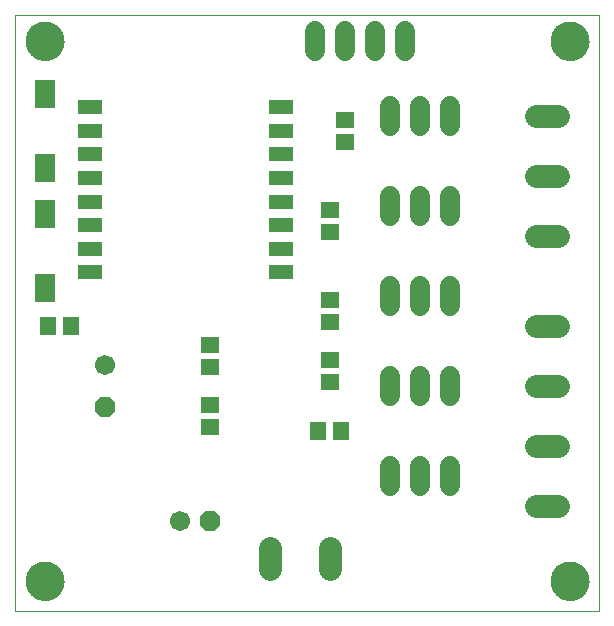
<source format=gts>
G75*
%MOIN*%
%OFA0B0*%
%FSLAX25Y25*%
%IPPOS*%
%LPD*%
%AMOC8*
5,1,8,0,0,1.08239X$1,22.5*
%
%ADD10C,0.00000*%
%ADD11C,0.12998*%
%ADD12R,0.08274X0.05124*%
%ADD13C,0.06800*%
%ADD14R,0.06306X0.05518*%
%ADD15R,0.05518X0.06306*%
%ADD16R,0.06699X0.09455*%
%ADD17C,0.07500*%
%ADD18OC8,0.06700*%
%ADD19C,0.06700*%
D10*
X0001500Y0001500D02*
X0001500Y0200201D01*
X0196421Y0200201D01*
X0196421Y0001500D01*
X0001500Y0001500D01*
X0005201Y0011500D02*
X0005203Y0011658D01*
X0005209Y0011816D01*
X0005219Y0011974D01*
X0005233Y0012132D01*
X0005251Y0012289D01*
X0005272Y0012446D01*
X0005298Y0012602D01*
X0005328Y0012758D01*
X0005361Y0012913D01*
X0005399Y0013066D01*
X0005440Y0013219D01*
X0005485Y0013371D01*
X0005534Y0013522D01*
X0005587Y0013671D01*
X0005643Y0013819D01*
X0005703Y0013965D01*
X0005767Y0014110D01*
X0005835Y0014253D01*
X0005906Y0014395D01*
X0005980Y0014535D01*
X0006058Y0014672D01*
X0006140Y0014808D01*
X0006224Y0014942D01*
X0006313Y0015073D01*
X0006404Y0015202D01*
X0006499Y0015329D01*
X0006596Y0015454D01*
X0006697Y0015576D01*
X0006801Y0015695D01*
X0006908Y0015812D01*
X0007018Y0015926D01*
X0007131Y0016037D01*
X0007246Y0016146D01*
X0007364Y0016251D01*
X0007485Y0016353D01*
X0007608Y0016453D01*
X0007734Y0016549D01*
X0007862Y0016642D01*
X0007992Y0016732D01*
X0008125Y0016818D01*
X0008260Y0016902D01*
X0008396Y0016981D01*
X0008535Y0017058D01*
X0008676Y0017130D01*
X0008818Y0017200D01*
X0008962Y0017265D01*
X0009108Y0017327D01*
X0009255Y0017385D01*
X0009404Y0017440D01*
X0009554Y0017491D01*
X0009705Y0017538D01*
X0009857Y0017581D01*
X0010010Y0017620D01*
X0010165Y0017656D01*
X0010320Y0017687D01*
X0010476Y0017715D01*
X0010632Y0017739D01*
X0010789Y0017759D01*
X0010947Y0017775D01*
X0011104Y0017787D01*
X0011263Y0017795D01*
X0011421Y0017799D01*
X0011579Y0017799D01*
X0011737Y0017795D01*
X0011896Y0017787D01*
X0012053Y0017775D01*
X0012211Y0017759D01*
X0012368Y0017739D01*
X0012524Y0017715D01*
X0012680Y0017687D01*
X0012835Y0017656D01*
X0012990Y0017620D01*
X0013143Y0017581D01*
X0013295Y0017538D01*
X0013446Y0017491D01*
X0013596Y0017440D01*
X0013745Y0017385D01*
X0013892Y0017327D01*
X0014038Y0017265D01*
X0014182Y0017200D01*
X0014324Y0017130D01*
X0014465Y0017058D01*
X0014604Y0016981D01*
X0014740Y0016902D01*
X0014875Y0016818D01*
X0015008Y0016732D01*
X0015138Y0016642D01*
X0015266Y0016549D01*
X0015392Y0016453D01*
X0015515Y0016353D01*
X0015636Y0016251D01*
X0015754Y0016146D01*
X0015869Y0016037D01*
X0015982Y0015926D01*
X0016092Y0015812D01*
X0016199Y0015695D01*
X0016303Y0015576D01*
X0016404Y0015454D01*
X0016501Y0015329D01*
X0016596Y0015202D01*
X0016687Y0015073D01*
X0016776Y0014942D01*
X0016860Y0014808D01*
X0016942Y0014672D01*
X0017020Y0014535D01*
X0017094Y0014395D01*
X0017165Y0014253D01*
X0017233Y0014110D01*
X0017297Y0013965D01*
X0017357Y0013819D01*
X0017413Y0013671D01*
X0017466Y0013522D01*
X0017515Y0013371D01*
X0017560Y0013219D01*
X0017601Y0013066D01*
X0017639Y0012913D01*
X0017672Y0012758D01*
X0017702Y0012602D01*
X0017728Y0012446D01*
X0017749Y0012289D01*
X0017767Y0012132D01*
X0017781Y0011974D01*
X0017791Y0011816D01*
X0017797Y0011658D01*
X0017799Y0011500D01*
X0017797Y0011342D01*
X0017791Y0011184D01*
X0017781Y0011026D01*
X0017767Y0010868D01*
X0017749Y0010711D01*
X0017728Y0010554D01*
X0017702Y0010398D01*
X0017672Y0010242D01*
X0017639Y0010087D01*
X0017601Y0009934D01*
X0017560Y0009781D01*
X0017515Y0009629D01*
X0017466Y0009478D01*
X0017413Y0009329D01*
X0017357Y0009181D01*
X0017297Y0009035D01*
X0017233Y0008890D01*
X0017165Y0008747D01*
X0017094Y0008605D01*
X0017020Y0008465D01*
X0016942Y0008328D01*
X0016860Y0008192D01*
X0016776Y0008058D01*
X0016687Y0007927D01*
X0016596Y0007798D01*
X0016501Y0007671D01*
X0016404Y0007546D01*
X0016303Y0007424D01*
X0016199Y0007305D01*
X0016092Y0007188D01*
X0015982Y0007074D01*
X0015869Y0006963D01*
X0015754Y0006854D01*
X0015636Y0006749D01*
X0015515Y0006647D01*
X0015392Y0006547D01*
X0015266Y0006451D01*
X0015138Y0006358D01*
X0015008Y0006268D01*
X0014875Y0006182D01*
X0014740Y0006098D01*
X0014604Y0006019D01*
X0014465Y0005942D01*
X0014324Y0005870D01*
X0014182Y0005800D01*
X0014038Y0005735D01*
X0013892Y0005673D01*
X0013745Y0005615D01*
X0013596Y0005560D01*
X0013446Y0005509D01*
X0013295Y0005462D01*
X0013143Y0005419D01*
X0012990Y0005380D01*
X0012835Y0005344D01*
X0012680Y0005313D01*
X0012524Y0005285D01*
X0012368Y0005261D01*
X0012211Y0005241D01*
X0012053Y0005225D01*
X0011896Y0005213D01*
X0011737Y0005205D01*
X0011579Y0005201D01*
X0011421Y0005201D01*
X0011263Y0005205D01*
X0011104Y0005213D01*
X0010947Y0005225D01*
X0010789Y0005241D01*
X0010632Y0005261D01*
X0010476Y0005285D01*
X0010320Y0005313D01*
X0010165Y0005344D01*
X0010010Y0005380D01*
X0009857Y0005419D01*
X0009705Y0005462D01*
X0009554Y0005509D01*
X0009404Y0005560D01*
X0009255Y0005615D01*
X0009108Y0005673D01*
X0008962Y0005735D01*
X0008818Y0005800D01*
X0008676Y0005870D01*
X0008535Y0005942D01*
X0008396Y0006019D01*
X0008260Y0006098D01*
X0008125Y0006182D01*
X0007992Y0006268D01*
X0007862Y0006358D01*
X0007734Y0006451D01*
X0007608Y0006547D01*
X0007485Y0006647D01*
X0007364Y0006749D01*
X0007246Y0006854D01*
X0007131Y0006963D01*
X0007018Y0007074D01*
X0006908Y0007188D01*
X0006801Y0007305D01*
X0006697Y0007424D01*
X0006596Y0007546D01*
X0006499Y0007671D01*
X0006404Y0007798D01*
X0006313Y0007927D01*
X0006224Y0008058D01*
X0006140Y0008192D01*
X0006058Y0008328D01*
X0005980Y0008465D01*
X0005906Y0008605D01*
X0005835Y0008747D01*
X0005767Y0008890D01*
X0005703Y0009035D01*
X0005643Y0009181D01*
X0005587Y0009329D01*
X0005534Y0009478D01*
X0005485Y0009629D01*
X0005440Y0009781D01*
X0005399Y0009934D01*
X0005361Y0010087D01*
X0005328Y0010242D01*
X0005298Y0010398D01*
X0005272Y0010554D01*
X0005251Y0010711D01*
X0005233Y0010868D01*
X0005219Y0011026D01*
X0005209Y0011184D01*
X0005203Y0011342D01*
X0005201Y0011500D01*
X0005201Y0191500D02*
X0005203Y0191658D01*
X0005209Y0191816D01*
X0005219Y0191974D01*
X0005233Y0192132D01*
X0005251Y0192289D01*
X0005272Y0192446D01*
X0005298Y0192602D01*
X0005328Y0192758D01*
X0005361Y0192913D01*
X0005399Y0193066D01*
X0005440Y0193219D01*
X0005485Y0193371D01*
X0005534Y0193522D01*
X0005587Y0193671D01*
X0005643Y0193819D01*
X0005703Y0193965D01*
X0005767Y0194110D01*
X0005835Y0194253D01*
X0005906Y0194395D01*
X0005980Y0194535D01*
X0006058Y0194672D01*
X0006140Y0194808D01*
X0006224Y0194942D01*
X0006313Y0195073D01*
X0006404Y0195202D01*
X0006499Y0195329D01*
X0006596Y0195454D01*
X0006697Y0195576D01*
X0006801Y0195695D01*
X0006908Y0195812D01*
X0007018Y0195926D01*
X0007131Y0196037D01*
X0007246Y0196146D01*
X0007364Y0196251D01*
X0007485Y0196353D01*
X0007608Y0196453D01*
X0007734Y0196549D01*
X0007862Y0196642D01*
X0007992Y0196732D01*
X0008125Y0196818D01*
X0008260Y0196902D01*
X0008396Y0196981D01*
X0008535Y0197058D01*
X0008676Y0197130D01*
X0008818Y0197200D01*
X0008962Y0197265D01*
X0009108Y0197327D01*
X0009255Y0197385D01*
X0009404Y0197440D01*
X0009554Y0197491D01*
X0009705Y0197538D01*
X0009857Y0197581D01*
X0010010Y0197620D01*
X0010165Y0197656D01*
X0010320Y0197687D01*
X0010476Y0197715D01*
X0010632Y0197739D01*
X0010789Y0197759D01*
X0010947Y0197775D01*
X0011104Y0197787D01*
X0011263Y0197795D01*
X0011421Y0197799D01*
X0011579Y0197799D01*
X0011737Y0197795D01*
X0011896Y0197787D01*
X0012053Y0197775D01*
X0012211Y0197759D01*
X0012368Y0197739D01*
X0012524Y0197715D01*
X0012680Y0197687D01*
X0012835Y0197656D01*
X0012990Y0197620D01*
X0013143Y0197581D01*
X0013295Y0197538D01*
X0013446Y0197491D01*
X0013596Y0197440D01*
X0013745Y0197385D01*
X0013892Y0197327D01*
X0014038Y0197265D01*
X0014182Y0197200D01*
X0014324Y0197130D01*
X0014465Y0197058D01*
X0014604Y0196981D01*
X0014740Y0196902D01*
X0014875Y0196818D01*
X0015008Y0196732D01*
X0015138Y0196642D01*
X0015266Y0196549D01*
X0015392Y0196453D01*
X0015515Y0196353D01*
X0015636Y0196251D01*
X0015754Y0196146D01*
X0015869Y0196037D01*
X0015982Y0195926D01*
X0016092Y0195812D01*
X0016199Y0195695D01*
X0016303Y0195576D01*
X0016404Y0195454D01*
X0016501Y0195329D01*
X0016596Y0195202D01*
X0016687Y0195073D01*
X0016776Y0194942D01*
X0016860Y0194808D01*
X0016942Y0194672D01*
X0017020Y0194535D01*
X0017094Y0194395D01*
X0017165Y0194253D01*
X0017233Y0194110D01*
X0017297Y0193965D01*
X0017357Y0193819D01*
X0017413Y0193671D01*
X0017466Y0193522D01*
X0017515Y0193371D01*
X0017560Y0193219D01*
X0017601Y0193066D01*
X0017639Y0192913D01*
X0017672Y0192758D01*
X0017702Y0192602D01*
X0017728Y0192446D01*
X0017749Y0192289D01*
X0017767Y0192132D01*
X0017781Y0191974D01*
X0017791Y0191816D01*
X0017797Y0191658D01*
X0017799Y0191500D01*
X0017797Y0191342D01*
X0017791Y0191184D01*
X0017781Y0191026D01*
X0017767Y0190868D01*
X0017749Y0190711D01*
X0017728Y0190554D01*
X0017702Y0190398D01*
X0017672Y0190242D01*
X0017639Y0190087D01*
X0017601Y0189934D01*
X0017560Y0189781D01*
X0017515Y0189629D01*
X0017466Y0189478D01*
X0017413Y0189329D01*
X0017357Y0189181D01*
X0017297Y0189035D01*
X0017233Y0188890D01*
X0017165Y0188747D01*
X0017094Y0188605D01*
X0017020Y0188465D01*
X0016942Y0188328D01*
X0016860Y0188192D01*
X0016776Y0188058D01*
X0016687Y0187927D01*
X0016596Y0187798D01*
X0016501Y0187671D01*
X0016404Y0187546D01*
X0016303Y0187424D01*
X0016199Y0187305D01*
X0016092Y0187188D01*
X0015982Y0187074D01*
X0015869Y0186963D01*
X0015754Y0186854D01*
X0015636Y0186749D01*
X0015515Y0186647D01*
X0015392Y0186547D01*
X0015266Y0186451D01*
X0015138Y0186358D01*
X0015008Y0186268D01*
X0014875Y0186182D01*
X0014740Y0186098D01*
X0014604Y0186019D01*
X0014465Y0185942D01*
X0014324Y0185870D01*
X0014182Y0185800D01*
X0014038Y0185735D01*
X0013892Y0185673D01*
X0013745Y0185615D01*
X0013596Y0185560D01*
X0013446Y0185509D01*
X0013295Y0185462D01*
X0013143Y0185419D01*
X0012990Y0185380D01*
X0012835Y0185344D01*
X0012680Y0185313D01*
X0012524Y0185285D01*
X0012368Y0185261D01*
X0012211Y0185241D01*
X0012053Y0185225D01*
X0011896Y0185213D01*
X0011737Y0185205D01*
X0011579Y0185201D01*
X0011421Y0185201D01*
X0011263Y0185205D01*
X0011104Y0185213D01*
X0010947Y0185225D01*
X0010789Y0185241D01*
X0010632Y0185261D01*
X0010476Y0185285D01*
X0010320Y0185313D01*
X0010165Y0185344D01*
X0010010Y0185380D01*
X0009857Y0185419D01*
X0009705Y0185462D01*
X0009554Y0185509D01*
X0009404Y0185560D01*
X0009255Y0185615D01*
X0009108Y0185673D01*
X0008962Y0185735D01*
X0008818Y0185800D01*
X0008676Y0185870D01*
X0008535Y0185942D01*
X0008396Y0186019D01*
X0008260Y0186098D01*
X0008125Y0186182D01*
X0007992Y0186268D01*
X0007862Y0186358D01*
X0007734Y0186451D01*
X0007608Y0186547D01*
X0007485Y0186647D01*
X0007364Y0186749D01*
X0007246Y0186854D01*
X0007131Y0186963D01*
X0007018Y0187074D01*
X0006908Y0187188D01*
X0006801Y0187305D01*
X0006697Y0187424D01*
X0006596Y0187546D01*
X0006499Y0187671D01*
X0006404Y0187798D01*
X0006313Y0187927D01*
X0006224Y0188058D01*
X0006140Y0188192D01*
X0006058Y0188328D01*
X0005980Y0188465D01*
X0005906Y0188605D01*
X0005835Y0188747D01*
X0005767Y0188890D01*
X0005703Y0189035D01*
X0005643Y0189181D01*
X0005587Y0189329D01*
X0005534Y0189478D01*
X0005485Y0189629D01*
X0005440Y0189781D01*
X0005399Y0189934D01*
X0005361Y0190087D01*
X0005328Y0190242D01*
X0005298Y0190398D01*
X0005272Y0190554D01*
X0005251Y0190711D01*
X0005233Y0190868D01*
X0005219Y0191026D01*
X0005209Y0191184D01*
X0005203Y0191342D01*
X0005201Y0191500D01*
X0180201Y0191500D02*
X0180203Y0191658D01*
X0180209Y0191816D01*
X0180219Y0191974D01*
X0180233Y0192132D01*
X0180251Y0192289D01*
X0180272Y0192446D01*
X0180298Y0192602D01*
X0180328Y0192758D01*
X0180361Y0192913D01*
X0180399Y0193066D01*
X0180440Y0193219D01*
X0180485Y0193371D01*
X0180534Y0193522D01*
X0180587Y0193671D01*
X0180643Y0193819D01*
X0180703Y0193965D01*
X0180767Y0194110D01*
X0180835Y0194253D01*
X0180906Y0194395D01*
X0180980Y0194535D01*
X0181058Y0194672D01*
X0181140Y0194808D01*
X0181224Y0194942D01*
X0181313Y0195073D01*
X0181404Y0195202D01*
X0181499Y0195329D01*
X0181596Y0195454D01*
X0181697Y0195576D01*
X0181801Y0195695D01*
X0181908Y0195812D01*
X0182018Y0195926D01*
X0182131Y0196037D01*
X0182246Y0196146D01*
X0182364Y0196251D01*
X0182485Y0196353D01*
X0182608Y0196453D01*
X0182734Y0196549D01*
X0182862Y0196642D01*
X0182992Y0196732D01*
X0183125Y0196818D01*
X0183260Y0196902D01*
X0183396Y0196981D01*
X0183535Y0197058D01*
X0183676Y0197130D01*
X0183818Y0197200D01*
X0183962Y0197265D01*
X0184108Y0197327D01*
X0184255Y0197385D01*
X0184404Y0197440D01*
X0184554Y0197491D01*
X0184705Y0197538D01*
X0184857Y0197581D01*
X0185010Y0197620D01*
X0185165Y0197656D01*
X0185320Y0197687D01*
X0185476Y0197715D01*
X0185632Y0197739D01*
X0185789Y0197759D01*
X0185947Y0197775D01*
X0186104Y0197787D01*
X0186263Y0197795D01*
X0186421Y0197799D01*
X0186579Y0197799D01*
X0186737Y0197795D01*
X0186896Y0197787D01*
X0187053Y0197775D01*
X0187211Y0197759D01*
X0187368Y0197739D01*
X0187524Y0197715D01*
X0187680Y0197687D01*
X0187835Y0197656D01*
X0187990Y0197620D01*
X0188143Y0197581D01*
X0188295Y0197538D01*
X0188446Y0197491D01*
X0188596Y0197440D01*
X0188745Y0197385D01*
X0188892Y0197327D01*
X0189038Y0197265D01*
X0189182Y0197200D01*
X0189324Y0197130D01*
X0189465Y0197058D01*
X0189604Y0196981D01*
X0189740Y0196902D01*
X0189875Y0196818D01*
X0190008Y0196732D01*
X0190138Y0196642D01*
X0190266Y0196549D01*
X0190392Y0196453D01*
X0190515Y0196353D01*
X0190636Y0196251D01*
X0190754Y0196146D01*
X0190869Y0196037D01*
X0190982Y0195926D01*
X0191092Y0195812D01*
X0191199Y0195695D01*
X0191303Y0195576D01*
X0191404Y0195454D01*
X0191501Y0195329D01*
X0191596Y0195202D01*
X0191687Y0195073D01*
X0191776Y0194942D01*
X0191860Y0194808D01*
X0191942Y0194672D01*
X0192020Y0194535D01*
X0192094Y0194395D01*
X0192165Y0194253D01*
X0192233Y0194110D01*
X0192297Y0193965D01*
X0192357Y0193819D01*
X0192413Y0193671D01*
X0192466Y0193522D01*
X0192515Y0193371D01*
X0192560Y0193219D01*
X0192601Y0193066D01*
X0192639Y0192913D01*
X0192672Y0192758D01*
X0192702Y0192602D01*
X0192728Y0192446D01*
X0192749Y0192289D01*
X0192767Y0192132D01*
X0192781Y0191974D01*
X0192791Y0191816D01*
X0192797Y0191658D01*
X0192799Y0191500D01*
X0192797Y0191342D01*
X0192791Y0191184D01*
X0192781Y0191026D01*
X0192767Y0190868D01*
X0192749Y0190711D01*
X0192728Y0190554D01*
X0192702Y0190398D01*
X0192672Y0190242D01*
X0192639Y0190087D01*
X0192601Y0189934D01*
X0192560Y0189781D01*
X0192515Y0189629D01*
X0192466Y0189478D01*
X0192413Y0189329D01*
X0192357Y0189181D01*
X0192297Y0189035D01*
X0192233Y0188890D01*
X0192165Y0188747D01*
X0192094Y0188605D01*
X0192020Y0188465D01*
X0191942Y0188328D01*
X0191860Y0188192D01*
X0191776Y0188058D01*
X0191687Y0187927D01*
X0191596Y0187798D01*
X0191501Y0187671D01*
X0191404Y0187546D01*
X0191303Y0187424D01*
X0191199Y0187305D01*
X0191092Y0187188D01*
X0190982Y0187074D01*
X0190869Y0186963D01*
X0190754Y0186854D01*
X0190636Y0186749D01*
X0190515Y0186647D01*
X0190392Y0186547D01*
X0190266Y0186451D01*
X0190138Y0186358D01*
X0190008Y0186268D01*
X0189875Y0186182D01*
X0189740Y0186098D01*
X0189604Y0186019D01*
X0189465Y0185942D01*
X0189324Y0185870D01*
X0189182Y0185800D01*
X0189038Y0185735D01*
X0188892Y0185673D01*
X0188745Y0185615D01*
X0188596Y0185560D01*
X0188446Y0185509D01*
X0188295Y0185462D01*
X0188143Y0185419D01*
X0187990Y0185380D01*
X0187835Y0185344D01*
X0187680Y0185313D01*
X0187524Y0185285D01*
X0187368Y0185261D01*
X0187211Y0185241D01*
X0187053Y0185225D01*
X0186896Y0185213D01*
X0186737Y0185205D01*
X0186579Y0185201D01*
X0186421Y0185201D01*
X0186263Y0185205D01*
X0186104Y0185213D01*
X0185947Y0185225D01*
X0185789Y0185241D01*
X0185632Y0185261D01*
X0185476Y0185285D01*
X0185320Y0185313D01*
X0185165Y0185344D01*
X0185010Y0185380D01*
X0184857Y0185419D01*
X0184705Y0185462D01*
X0184554Y0185509D01*
X0184404Y0185560D01*
X0184255Y0185615D01*
X0184108Y0185673D01*
X0183962Y0185735D01*
X0183818Y0185800D01*
X0183676Y0185870D01*
X0183535Y0185942D01*
X0183396Y0186019D01*
X0183260Y0186098D01*
X0183125Y0186182D01*
X0182992Y0186268D01*
X0182862Y0186358D01*
X0182734Y0186451D01*
X0182608Y0186547D01*
X0182485Y0186647D01*
X0182364Y0186749D01*
X0182246Y0186854D01*
X0182131Y0186963D01*
X0182018Y0187074D01*
X0181908Y0187188D01*
X0181801Y0187305D01*
X0181697Y0187424D01*
X0181596Y0187546D01*
X0181499Y0187671D01*
X0181404Y0187798D01*
X0181313Y0187927D01*
X0181224Y0188058D01*
X0181140Y0188192D01*
X0181058Y0188328D01*
X0180980Y0188465D01*
X0180906Y0188605D01*
X0180835Y0188747D01*
X0180767Y0188890D01*
X0180703Y0189035D01*
X0180643Y0189181D01*
X0180587Y0189329D01*
X0180534Y0189478D01*
X0180485Y0189629D01*
X0180440Y0189781D01*
X0180399Y0189934D01*
X0180361Y0190087D01*
X0180328Y0190242D01*
X0180298Y0190398D01*
X0180272Y0190554D01*
X0180251Y0190711D01*
X0180233Y0190868D01*
X0180219Y0191026D01*
X0180209Y0191184D01*
X0180203Y0191342D01*
X0180201Y0191500D01*
X0180201Y0011500D02*
X0180203Y0011658D01*
X0180209Y0011816D01*
X0180219Y0011974D01*
X0180233Y0012132D01*
X0180251Y0012289D01*
X0180272Y0012446D01*
X0180298Y0012602D01*
X0180328Y0012758D01*
X0180361Y0012913D01*
X0180399Y0013066D01*
X0180440Y0013219D01*
X0180485Y0013371D01*
X0180534Y0013522D01*
X0180587Y0013671D01*
X0180643Y0013819D01*
X0180703Y0013965D01*
X0180767Y0014110D01*
X0180835Y0014253D01*
X0180906Y0014395D01*
X0180980Y0014535D01*
X0181058Y0014672D01*
X0181140Y0014808D01*
X0181224Y0014942D01*
X0181313Y0015073D01*
X0181404Y0015202D01*
X0181499Y0015329D01*
X0181596Y0015454D01*
X0181697Y0015576D01*
X0181801Y0015695D01*
X0181908Y0015812D01*
X0182018Y0015926D01*
X0182131Y0016037D01*
X0182246Y0016146D01*
X0182364Y0016251D01*
X0182485Y0016353D01*
X0182608Y0016453D01*
X0182734Y0016549D01*
X0182862Y0016642D01*
X0182992Y0016732D01*
X0183125Y0016818D01*
X0183260Y0016902D01*
X0183396Y0016981D01*
X0183535Y0017058D01*
X0183676Y0017130D01*
X0183818Y0017200D01*
X0183962Y0017265D01*
X0184108Y0017327D01*
X0184255Y0017385D01*
X0184404Y0017440D01*
X0184554Y0017491D01*
X0184705Y0017538D01*
X0184857Y0017581D01*
X0185010Y0017620D01*
X0185165Y0017656D01*
X0185320Y0017687D01*
X0185476Y0017715D01*
X0185632Y0017739D01*
X0185789Y0017759D01*
X0185947Y0017775D01*
X0186104Y0017787D01*
X0186263Y0017795D01*
X0186421Y0017799D01*
X0186579Y0017799D01*
X0186737Y0017795D01*
X0186896Y0017787D01*
X0187053Y0017775D01*
X0187211Y0017759D01*
X0187368Y0017739D01*
X0187524Y0017715D01*
X0187680Y0017687D01*
X0187835Y0017656D01*
X0187990Y0017620D01*
X0188143Y0017581D01*
X0188295Y0017538D01*
X0188446Y0017491D01*
X0188596Y0017440D01*
X0188745Y0017385D01*
X0188892Y0017327D01*
X0189038Y0017265D01*
X0189182Y0017200D01*
X0189324Y0017130D01*
X0189465Y0017058D01*
X0189604Y0016981D01*
X0189740Y0016902D01*
X0189875Y0016818D01*
X0190008Y0016732D01*
X0190138Y0016642D01*
X0190266Y0016549D01*
X0190392Y0016453D01*
X0190515Y0016353D01*
X0190636Y0016251D01*
X0190754Y0016146D01*
X0190869Y0016037D01*
X0190982Y0015926D01*
X0191092Y0015812D01*
X0191199Y0015695D01*
X0191303Y0015576D01*
X0191404Y0015454D01*
X0191501Y0015329D01*
X0191596Y0015202D01*
X0191687Y0015073D01*
X0191776Y0014942D01*
X0191860Y0014808D01*
X0191942Y0014672D01*
X0192020Y0014535D01*
X0192094Y0014395D01*
X0192165Y0014253D01*
X0192233Y0014110D01*
X0192297Y0013965D01*
X0192357Y0013819D01*
X0192413Y0013671D01*
X0192466Y0013522D01*
X0192515Y0013371D01*
X0192560Y0013219D01*
X0192601Y0013066D01*
X0192639Y0012913D01*
X0192672Y0012758D01*
X0192702Y0012602D01*
X0192728Y0012446D01*
X0192749Y0012289D01*
X0192767Y0012132D01*
X0192781Y0011974D01*
X0192791Y0011816D01*
X0192797Y0011658D01*
X0192799Y0011500D01*
X0192797Y0011342D01*
X0192791Y0011184D01*
X0192781Y0011026D01*
X0192767Y0010868D01*
X0192749Y0010711D01*
X0192728Y0010554D01*
X0192702Y0010398D01*
X0192672Y0010242D01*
X0192639Y0010087D01*
X0192601Y0009934D01*
X0192560Y0009781D01*
X0192515Y0009629D01*
X0192466Y0009478D01*
X0192413Y0009329D01*
X0192357Y0009181D01*
X0192297Y0009035D01*
X0192233Y0008890D01*
X0192165Y0008747D01*
X0192094Y0008605D01*
X0192020Y0008465D01*
X0191942Y0008328D01*
X0191860Y0008192D01*
X0191776Y0008058D01*
X0191687Y0007927D01*
X0191596Y0007798D01*
X0191501Y0007671D01*
X0191404Y0007546D01*
X0191303Y0007424D01*
X0191199Y0007305D01*
X0191092Y0007188D01*
X0190982Y0007074D01*
X0190869Y0006963D01*
X0190754Y0006854D01*
X0190636Y0006749D01*
X0190515Y0006647D01*
X0190392Y0006547D01*
X0190266Y0006451D01*
X0190138Y0006358D01*
X0190008Y0006268D01*
X0189875Y0006182D01*
X0189740Y0006098D01*
X0189604Y0006019D01*
X0189465Y0005942D01*
X0189324Y0005870D01*
X0189182Y0005800D01*
X0189038Y0005735D01*
X0188892Y0005673D01*
X0188745Y0005615D01*
X0188596Y0005560D01*
X0188446Y0005509D01*
X0188295Y0005462D01*
X0188143Y0005419D01*
X0187990Y0005380D01*
X0187835Y0005344D01*
X0187680Y0005313D01*
X0187524Y0005285D01*
X0187368Y0005261D01*
X0187211Y0005241D01*
X0187053Y0005225D01*
X0186896Y0005213D01*
X0186737Y0005205D01*
X0186579Y0005201D01*
X0186421Y0005201D01*
X0186263Y0005205D01*
X0186104Y0005213D01*
X0185947Y0005225D01*
X0185789Y0005241D01*
X0185632Y0005261D01*
X0185476Y0005285D01*
X0185320Y0005313D01*
X0185165Y0005344D01*
X0185010Y0005380D01*
X0184857Y0005419D01*
X0184705Y0005462D01*
X0184554Y0005509D01*
X0184404Y0005560D01*
X0184255Y0005615D01*
X0184108Y0005673D01*
X0183962Y0005735D01*
X0183818Y0005800D01*
X0183676Y0005870D01*
X0183535Y0005942D01*
X0183396Y0006019D01*
X0183260Y0006098D01*
X0183125Y0006182D01*
X0182992Y0006268D01*
X0182862Y0006358D01*
X0182734Y0006451D01*
X0182608Y0006547D01*
X0182485Y0006647D01*
X0182364Y0006749D01*
X0182246Y0006854D01*
X0182131Y0006963D01*
X0182018Y0007074D01*
X0181908Y0007188D01*
X0181801Y0007305D01*
X0181697Y0007424D01*
X0181596Y0007546D01*
X0181499Y0007671D01*
X0181404Y0007798D01*
X0181313Y0007927D01*
X0181224Y0008058D01*
X0181140Y0008192D01*
X0181058Y0008328D01*
X0180980Y0008465D01*
X0180906Y0008605D01*
X0180835Y0008747D01*
X0180767Y0008890D01*
X0180703Y0009035D01*
X0180643Y0009181D01*
X0180587Y0009329D01*
X0180534Y0009478D01*
X0180485Y0009629D01*
X0180440Y0009781D01*
X0180399Y0009934D01*
X0180361Y0010087D01*
X0180328Y0010242D01*
X0180298Y0010398D01*
X0180272Y0010554D01*
X0180251Y0010711D01*
X0180233Y0010868D01*
X0180219Y0011026D01*
X0180209Y0011184D01*
X0180203Y0011342D01*
X0180201Y0011500D01*
D11*
X0186500Y0011500D03*
X0011500Y0011500D03*
X0011500Y0191500D03*
X0186500Y0191500D03*
D12*
X0090280Y0169492D03*
X0090280Y0161618D03*
X0090280Y0153744D03*
X0090280Y0145870D03*
X0090280Y0137996D03*
X0090280Y0130122D03*
X0090280Y0122248D03*
X0090280Y0114374D03*
X0026500Y0114374D03*
X0026500Y0122248D03*
X0026500Y0130122D03*
X0026500Y0137996D03*
X0026500Y0145870D03*
X0026500Y0153744D03*
X0026500Y0161618D03*
X0026500Y0169492D03*
D13*
X0101500Y0188300D02*
X0101500Y0194700D01*
X0111500Y0194700D02*
X0111500Y0188300D01*
X0121500Y0188300D02*
X0121500Y0194700D01*
X0131500Y0194700D02*
X0131500Y0188300D01*
X0126500Y0169700D02*
X0126500Y0163300D01*
X0136500Y0163300D02*
X0136500Y0169700D01*
X0146500Y0169700D02*
X0146500Y0163300D01*
X0146500Y0139700D02*
X0146500Y0133300D01*
X0136500Y0133300D02*
X0136500Y0139700D01*
X0126500Y0139700D02*
X0126500Y0133300D01*
X0126500Y0109700D02*
X0126500Y0103300D01*
X0136500Y0103300D02*
X0136500Y0109700D01*
X0146500Y0109700D02*
X0146500Y0103300D01*
X0146500Y0079700D02*
X0146500Y0073300D01*
X0136500Y0073300D02*
X0136500Y0079700D01*
X0126500Y0079700D02*
X0126500Y0073300D01*
X0126500Y0049700D02*
X0126500Y0043300D01*
X0136500Y0043300D02*
X0136500Y0049700D01*
X0146500Y0049700D02*
X0146500Y0043300D01*
D14*
X0106500Y0077760D03*
X0106500Y0085240D03*
X0106500Y0097760D03*
X0106500Y0105240D03*
X0106500Y0127760D03*
X0106500Y0135240D03*
X0111500Y0157760D03*
X0111500Y0165240D03*
X0066500Y0090240D03*
X0066500Y0082760D03*
X0066500Y0070240D03*
X0066500Y0062760D03*
D15*
X0102760Y0061500D03*
X0110240Y0061500D03*
X0020240Y0096500D03*
X0012760Y0096500D03*
D16*
X0011500Y0109098D03*
X0011500Y0133902D03*
X0011500Y0149098D03*
X0011500Y0173902D03*
D17*
X0086500Y0022550D02*
X0086500Y0015450D01*
X0106500Y0015450D02*
X0106500Y0022550D01*
X0175450Y0036500D02*
X0182550Y0036500D01*
X0182550Y0056500D02*
X0175450Y0056500D01*
X0175450Y0076500D02*
X0182550Y0076500D01*
X0182550Y0096500D02*
X0175450Y0096500D01*
X0175450Y0126500D02*
X0182550Y0126500D01*
X0182550Y0146500D02*
X0175450Y0146500D01*
X0175450Y0166500D02*
X0182550Y0166500D01*
D18*
X0066500Y0031500D03*
X0031500Y0069500D03*
D19*
X0031500Y0083500D03*
X0056500Y0031500D03*
M02*

</source>
